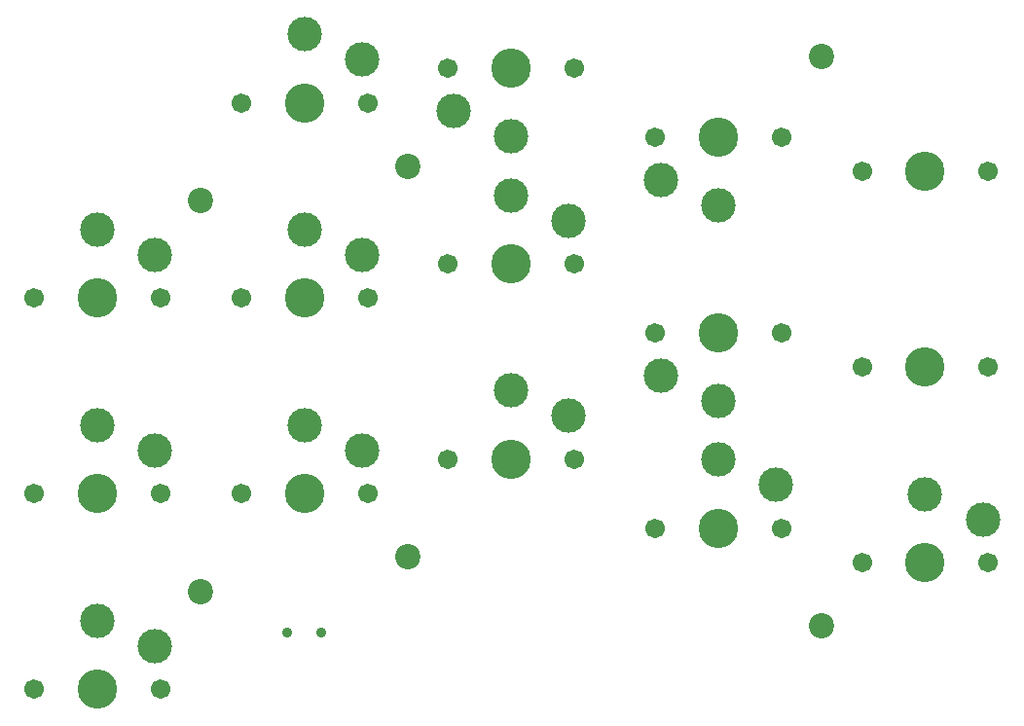
<source format=gbr>
%TF.GenerationSoftware,KiCad,Pcbnew,(7.0.0-0)*%
%TF.CreationDate,2023-02-20T17:01:44+08:00*%
%TF.ProjectId,left,6c656674-2e6b-4696-9361-645f70636258,v1.0.0*%
%TF.SameCoordinates,Original*%
%TF.FileFunction,NonPlated,1,2,NPTH,Drill*%
%TF.FilePolarity,Positive*%
%FSLAX46Y46*%
G04 Gerber Fmt 4.6, Leading zero omitted, Abs format (unit mm)*
G04 Created by KiCad (PCBNEW (7.0.0-0)) date 2023-02-20 17:01:44*
%MOMM*%
%LPD*%
G01*
G04 APERTURE LIST*
%TA.AperFunction,ComponentDrill*%
%ADD10C,0.900000*%
%TD*%
%TA.AperFunction,ComponentDrill*%
%ADD11C,1.701800*%
%TD*%
%TA.AperFunction,ComponentDrill*%
%ADD12C,2.200000*%
%TD*%
%TA.AperFunction,ComponentDrill*%
%ADD13C,3.000000*%
%TD*%
%TA.AperFunction,ComponentDrill*%
%ADD14C,3.429000*%
%TD*%
G04 APERTURE END LIST*
D10*
%TO.C,SS1*%
X16500000Y4950000D03*
X19500000Y4950000D03*
D11*
%TO.C,S1*%
X-5500000Y34000000D03*
%TO.C,S2*%
X-5500000Y17000000D03*
%TO.C,S3*%
X-5500000Y0D03*
%TO.C,S1*%
X5500000Y34000000D03*
%TO.C,S2*%
X5500000Y17000000D03*
%TO.C,S3*%
X5500000Y0D03*
%TO.C,S4*%
X12500000Y51000000D03*
%TO.C,S5*%
X12500000Y34000000D03*
%TO.C,S6*%
X12500000Y17000000D03*
%TO.C,S4*%
X23500000Y51000000D03*
%TO.C,S5*%
X23500000Y34000000D03*
%TO.C,S6*%
X23500000Y17000000D03*
%TO.C,S7*%
X30500000Y54000000D03*
%TO.C,S8*%
X30500000Y37000000D03*
%TO.C,S9*%
X30500000Y20000000D03*
%TO.C,S7*%
X41500000Y54000000D03*
%TO.C,S8*%
X41500000Y37000000D03*
%TO.C,S9*%
X41500000Y20000000D03*
%TO.C,S10*%
X48500000Y48000000D03*
%TO.C,S11*%
X48500000Y31000000D03*
%TO.C,S12*%
X48500000Y14000000D03*
%TO.C,S10*%
X59500000Y48000000D03*
%TO.C,S11*%
X59500000Y31000000D03*
%TO.C,S12*%
X59500000Y14000000D03*
%TO.C,S13*%
X66500000Y45000000D03*
%TO.C,S14*%
X66500000Y28000000D03*
%TO.C,S15*%
X66500000Y11000000D03*
%TO.C,S13*%
X77500000Y45000000D03*
%TO.C,S14*%
X77500000Y28000000D03*
%TO.C,S15*%
X77500000Y11000000D03*
D12*
%TO.C,H2*%
X9000000Y42500000D03*
%TO.C,H1*%
X9000000Y8500000D03*
%TO.C,H4*%
X27000000Y45500000D03*
%TO.C,H3*%
X27000000Y11500000D03*
%TO.C,H6*%
X63000000Y55000000D03*
%TO.C,H5*%
X63000000Y5500000D03*
D13*
%TO.C,S1*%
X0Y39950000D03*
%TO.C,S2*%
X0Y22950000D03*
%TO.C,S3*%
X0Y5950000D03*
%TO.C,S1*%
X5000000Y37750000D03*
%TO.C,S2*%
X5000000Y20750000D03*
%TO.C,S3*%
X5000000Y3750000D03*
%TO.C,S4*%
X18000000Y56950000D03*
%TO.C,S5*%
X18000000Y39950000D03*
%TO.C,S6*%
X18000000Y22950000D03*
%TO.C,S4*%
X23000000Y54750000D03*
%TO.C,S5*%
X23000000Y37750000D03*
%TO.C,S6*%
X23000000Y20750000D03*
%TO.C,S7*%
X31000000Y50250000D03*
X36000000Y48050000D03*
%TO.C,S8*%
X36000000Y42950000D03*
%TO.C,S9*%
X36000000Y25950000D03*
%TO.C,S8*%
X41000000Y40750000D03*
%TO.C,S9*%
X41000000Y23750000D03*
%TO.C,S10*%
X49000000Y44250000D03*
%TO.C,S11*%
X49000000Y27250000D03*
%TO.C,S10*%
X54000000Y42050000D03*
%TO.C,S11*%
X54000000Y25050000D03*
%TO.C,S12*%
X54000000Y19950000D03*
X59000000Y17750000D03*
%TO.C,S15*%
X72000000Y16950000D03*
X77000000Y14750000D03*
D14*
%TO.C,S1*%
X0Y34000000D03*
%TO.C,S2*%
X0Y17000000D03*
%TO.C,S3*%
X0Y0D03*
%TO.C,S4*%
X18000000Y51000000D03*
%TO.C,S5*%
X18000000Y34000000D03*
%TO.C,S6*%
X18000000Y17000000D03*
%TO.C,S7*%
X36000000Y54000000D03*
%TO.C,S8*%
X36000000Y37000000D03*
%TO.C,S9*%
X36000000Y20000000D03*
%TO.C,S10*%
X54000000Y48000000D03*
%TO.C,S11*%
X54000000Y31000000D03*
%TO.C,S12*%
X54000000Y14000000D03*
%TO.C,S13*%
X72000000Y45000000D03*
%TO.C,S14*%
X72000000Y28000000D03*
%TO.C,S15*%
X72000000Y11000000D03*
M02*

</source>
